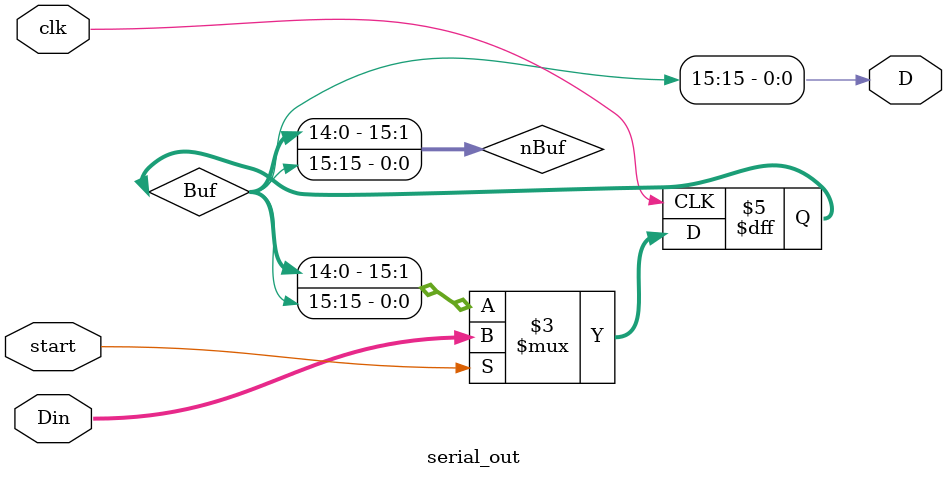
<source format=v>
module serial_out (clk, Din, start, D);
input clk, start;
input [15:0] Din;
output D;

reg [15:0] Buf;
wire [15:0] nBuf;

assign nBuf = {Buf[14:0], Buf[15]}; //rotate left

assign D = Buf[15];

always @ (posedge clk)
	if(start)
		Buf <= Din;
	else
		Buf <= nBuf;
		
endmodule
</source>
